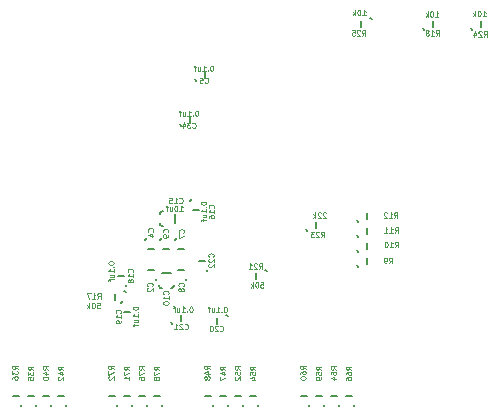
<source format=gbo>
G04 (created by PCBNEW-RS274X (2010-03-14)-final) date Thu 20 Jan 2011 12:09:16 PM EST*
G01*
G70*
G90*
%MOIN*%
G04 Gerber Fmt 3.4, Leading zero omitted, Abs format*
%FSLAX34Y34*%
G04 APERTURE LIST*
%ADD10C,0.001000*%
%ADD11C,0.005000*%
%ADD12C,0.003000*%
G04 APERTURE END LIST*
G54D10*
G54D11*
X23150Y08750D02*
X23200Y08800D01*
X22900Y09100D02*
X23100Y09100D01*
X23650Y08750D02*
X23700Y08800D01*
X23400Y09100D02*
X23600Y09100D01*
X22650Y08750D02*
X22700Y08800D01*
X22400Y09100D02*
X22600Y09100D01*
X22150Y08750D02*
X22200Y08800D01*
X21900Y09100D02*
X22100Y09100D01*
X29550Y08750D02*
X29600Y08800D01*
X29300Y09100D02*
X29500Y09100D01*
X30050Y08750D02*
X30100Y08800D01*
X29800Y09100D02*
X30000Y09100D01*
X29050Y08750D02*
X29100Y08800D01*
X28800Y09100D02*
X29000Y09100D01*
X28550Y08750D02*
X28600Y08800D01*
X28300Y09100D02*
X28500Y09100D01*
X32750Y08750D02*
X32800Y08800D01*
X32500Y09100D02*
X32700Y09100D01*
X33250Y08750D02*
X33300Y08800D01*
X33000Y09100D02*
X33200Y09100D01*
X32250Y08750D02*
X32300Y08800D01*
X32000Y09100D02*
X32200Y09100D01*
X31750Y08750D02*
X31800Y08800D01*
X31500Y09100D02*
X31700Y09100D01*
X26350Y08750D02*
X26400Y08800D01*
X26100Y09100D02*
X26300Y09100D01*
X26850Y08750D02*
X26900Y08800D01*
X26600Y09100D02*
X26800Y09100D01*
X25850Y08750D02*
X25900Y08800D01*
X25600Y09100D02*
X25800Y09100D01*
X25350Y08750D02*
X25400Y08800D01*
X25100Y09100D02*
X25300Y09100D01*
X35550Y21350D02*
X35600Y21300D01*
X35900Y21600D02*
X35900Y21400D01*
X37150Y21350D02*
X37200Y21300D01*
X37500Y21600D02*
X37500Y21400D01*
X33850Y21650D02*
X33800Y21700D01*
X33500Y21400D02*
X33500Y21600D01*
X30350Y13250D02*
X30300Y13300D01*
X30000Y13000D02*
X30000Y13200D01*
X27350Y14350D02*
X27300Y14300D01*
X27600Y14000D02*
X27400Y14000D01*
X27650Y12950D02*
X27700Y13000D01*
X27400Y13300D02*
X27600Y13300D01*
X26850Y14350D02*
X26800Y14300D01*
X27100Y14000D02*
X26900Y14000D01*
X27850Y15650D02*
X27800Y15600D01*
X28100Y15300D02*
X27900Y15300D01*
X25650Y12750D02*
X25700Y12800D01*
X25400Y13100D02*
X25600Y13100D01*
X25550Y12250D02*
X25500Y12200D01*
X25800Y11900D02*
X25600Y11900D01*
X29050Y11750D02*
X29000Y11800D01*
X28700Y11500D02*
X28700Y11700D01*
X25650Y12550D02*
X25600Y12600D01*
X25300Y12300D02*
X25300Y12500D01*
X27450Y18150D02*
X27500Y18100D01*
X27800Y18400D02*
X27800Y18200D01*
X27150Y11550D02*
X27200Y11500D01*
X27500Y11800D02*
X27500Y11600D01*
X28350Y13250D02*
X28400Y13300D01*
X28100Y13600D02*
X28300Y13600D01*
X31650Y14650D02*
X31700Y14600D01*
X32000Y14900D02*
X32000Y14700D01*
X27950Y19650D02*
X28000Y19600D01*
X28300Y19900D02*
X28300Y19700D01*
X26350Y14350D02*
X26300Y14300D01*
X26600Y14000D02*
X26400Y14000D01*
X26650Y12950D02*
X26700Y13000D01*
X26400Y13300D02*
X26600Y13300D01*
X33350Y13450D02*
X33400Y13400D01*
X33700Y13700D02*
X33700Y13500D01*
X33350Y13950D02*
X33400Y13900D01*
X33700Y14200D02*
X33700Y14000D01*
X33350Y14450D02*
X33400Y14400D01*
X33700Y14700D02*
X33700Y14500D01*
X33350Y14950D02*
X33400Y14900D01*
X33700Y15200D02*
X33700Y15000D01*
X26850Y12700D02*
X26800Y12700D01*
X26800Y12700D02*
X26750Y12750D01*
X26750Y12750D02*
X26750Y12800D01*
X27250Y12800D02*
X27250Y12750D01*
X27250Y12750D02*
X27200Y12700D01*
X27200Y12700D02*
X27150Y12700D01*
X27150Y13200D02*
X26850Y13200D01*
X26800Y15150D02*
X26800Y15200D01*
X26800Y15200D02*
X26850Y15250D01*
X26850Y15250D02*
X26900Y15250D01*
X26900Y14750D02*
X26850Y14750D01*
X26850Y14750D02*
X26800Y14800D01*
X26800Y14800D02*
X26800Y14850D01*
X27300Y14850D02*
X27300Y15150D01*
G54D12*
X23064Y09976D02*
X22978Y10036D01*
X23064Y10079D02*
X22884Y10079D01*
X22884Y10011D01*
X22892Y09993D01*
X22901Y09985D01*
X22918Y09976D01*
X22944Y09976D01*
X22961Y09985D01*
X22970Y09993D01*
X22978Y10011D01*
X22978Y10079D01*
X22944Y09822D02*
X23064Y09822D01*
X22875Y09865D02*
X23004Y09908D01*
X23004Y09796D01*
X22884Y09694D02*
X22884Y09677D01*
X22892Y09660D01*
X22901Y09651D01*
X22918Y09642D01*
X22952Y09634D01*
X22995Y09634D01*
X23030Y09642D01*
X23047Y09651D01*
X23055Y09660D01*
X23064Y09677D01*
X23064Y09694D01*
X23055Y09711D01*
X23047Y09720D01*
X23030Y09728D01*
X22995Y09737D01*
X22952Y09737D01*
X22918Y09728D01*
X22901Y09720D01*
X22892Y09711D01*
X22884Y09694D01*
X23572Y09968D02*
X23486Y10028D01*
X23572Y10071D02*
X23392Y10071D01*
X23392Y10003D01*
X23400Y09985D01*
X23409Y09977D01*
X23426Y09968D01*
X23452Y09968D01*
X23469Y09977D01*
X23478Y09985D01*
X23486Y10003D01*
X23486Y10071D01*
X23452Y09814D02*
X23572Y09814D01*
X23383Y09857D02*
X23512Y09900D01*
X23512Y09788D01*
X23409Y09729D02*
X23400Y09720D01*
X23392Y09703D01*
X23392Y09660D01*
X23400Y09643D01*
X23409Y09634D01*
X23426Y09626D01*
X23443Y09626D01*
X23469Y09634D01*
X23572Y09737D01*
X23572Y09626D01*
X22572Y09968D02*
X22486Y10028D01*
X22572Y10071D02*
X22392Y10071D01*
X22392Y10003D01*
X22400Y09985D01*
X22409Y09977D01*
X22426Y09968D01*
X22452Y09968D01*
X22469Y09977D01*
X22478Y09985D01*
X22486Y10003D01*
X22486Y10071D01*
X22392Y09908D02*
X22392Y09797D01*
X22460Y09857D01*
X22460Y09831D01*
X22469Y09814D01*
X22478Y09805D01*
X22495Y09797D01*
X22538Y09797D01*
X22555Y09805D01*
X22563Y09814D01*
X22572Y09831D01*
X22572Y09883D01*
X22563Y09900D01*
X22555Y09908D01*
X22392Y09634D02*
X22392Y09720D01*
X22478Y09729D01*
X22469Y09720D01*
X22460Y09703D01*
X22460Y09660D01*
X22469Y09643D01*
X22478Y09634D01*
X22495Y09626D01*
X22538Y09626D01*
X22555Y09634D01*
X22563Y09643D01*
X22572Y09660D01*
X22572Y09703D01*
X22563Y09720D01*
X22555Y09729D01*
X22047Y09985D02*
X21961Y10045D01*
X22047Y10088D02*
X21867Y10088D01*
X21867Y10020D01*
X21875Y10002D01*
X21884Y09994D01*
X21901Y09985D01*
X21927Y09985D01*
X21944Y09994D01*
X21953Y10002D01*
X21961Y10020D01*
X21961Y10088D01*
X21867Y09925D02*
X21867Y09814D01*
X21935Y09874D01*
X21935Y09848D01*
X21944Y09831D01*
X21953Y09822D01*
X21970Y09814D01*
X22013Y09814D01*
X22030Y09822D01*
X22038Y09831D01*
X22047Y09848D01*
X22047Y09900D01*
X22038Y09917D01*
X22030Y09925D01*
X21867Y09660D02*
X21867Y09694D01*
X21875Y09711D01*
X21884Y09720D01*
X21910Y09737D01*
X21944Y09746D01*
X22013Y09746D01*
X22030Y09737D01*
X22038Y09729D01*
X22047Y09711D01*
X22047Y09677D01*
X22038Y09660D01*
X22030Y09651D01*
X22013Y09643D01*
X21970Y09643D01*
X21953Y09651D01*
X21944Y09660D01*
X21935Y09677D01*
X21935Y09711D01*
X21944Y09729D01*
X21953Y09737D01*
X21970Y09746D01*
X29464Y09976D02*
X29378Y10036D01*
X29464Y10079D02*
X29284Y10079D01*
X29284Y10011D01*
X29292Y09993D01*
X29301Y09985D01*
X29318Y09976D01*
X29344Y09976D01*
X29361Y09985D01*
X29370Y09993D01*
X29378Y10011D01*
X29378Y10079D01*
X29284Y09813D02*
X29284Y09899D01*
X29370Y09908D01*
X29361Y09899D01*
X29352Y09882D01*
X29352Y09839D01*
X29361Y09822D01*
X29370Y09813D01*
X29387Y09805D01*
X29430Y09805D01*
X29447Y09813D01*
X29455Y09822D01*
X29464Y09839D01*
X29464Y09882D01*
X29455Y09899D01*
X29447Y09908D01*
X29301Y09737D02*
X29292Y09728D01*
X29284Y09711D01*
X29284Y09668D01*
X29292Y09651D01*
X29301Y09642D01*
X29318Y09634D01*
X29335Y09634D01*
X29361Y09642D01*
X29464Y09745D01*
X29464Y09634D01*
X29972Y09968D02*
X29886Y10028D01*
X29972Y10071D02*
X29792Y10071D01*
X29792Y10003D01*
X29800Y09985D01*
X29809Y09977D01*
X29826Y09968D01*
X29852Y09968D01*
X29869Y09977D01*
X29878Y09985D01*
X29886Y10003D01*
X29886Y10071D01*
X29792Y09805D02*
X29792Y09891D01*
X29878Y09900D01*
X29869Y09891D01*
X29860Y09874D01*
X29860Y09831D01*
X29869Y09814D01*
X29878Y09805D01*
X29895Y09797D01*
X29938Y09797D01*
X29955Y09805D01*
X29963Y09814D01*
X29972Y09831D01*
X29972Y09874D01*
X29963Y09891D01*
X29955Y09900D01*
X29852Y09643D02*
X29972Y09643D01*
X29783Y09686D02*
X29912Y09729D01*
X29912Y09617D01*
X28972Y09968D02*
X28886Y10028D01*
X28972Y10071D02*
X28792Y10071D01*
X28792Y10003D01*
X28800Y09985D01*
X28809Y09977D01*
X28826Y09968D01*
X28852Y09968D01*
X28869Y09977D01*
X28878Y09985D01*
X28886Y10003D01*
X28886Y10071D01*
X28852Y09814D02*
X28972Y09814D01*
X28783Y09857D02*
X28912Y09900D01*
X28912Y09788D01*
X28792Y09737D02*
X28792Y09617D01*
X28972Y09694D01*
X28447Y09985D02*
X28361Y10045D01*
X28447Y10088D02*
X28267Y10088D01*
X28267Y10020D01*
X28275Y10002D01*
X28284Y09994D01*
X28301Y09985D01*
X28327Y09985D01*
X28344Y09994D01*
X28353Y10002D01*
X28361Y10020D01*
X28361Y10088D01*
X28327Y09831D02*
X28447Y09831D01*
X28258Y09874D02*
X28387Y09917D01*
X28387Y09805D01*
X28344Y09711D02*
X28335Y09729D01*
X28327Y09737D01*
X28310Y09746D01*
X28301Y09746D01*
X28284Y09737D01*
X28275Y09729D01*
X28267Y09711D01*
X28267Y09677D01*
X28275Y09660D01*
X28284Y09651D01*
X28301Y09643D01*
X28310Y09643D01*
X28327Y09651D01*
X28335Y09660D01*
X28344Y09677D01*
X28344Y09711D01*
X28353Y09729D01*
X28361Y09737D01*
X28378Y09746D01*
X28413Y09746D01*
X28430Y09737D01*
X28438Y09729D01*
X28447Y09711D01*
X28447Y09677D01*
X28438Y09660D01*
X28430Y09651D01*
X28413Y09643D01*
X28378Y09643D01*
X28361Y09651D01*
X28353Y09660D01*
X28344Y09677D01*
X32664Y09976D02*
X32578Y10036D01*
X32664Y10079D02*
X32484Y10079D01*
X32484Y10011D01*
X32492Y09993D01*
X32501Y09985D01*
X32518Y09976D01*
X32544Y09976D01*
X32561Y09985D01*
X32570Y09993D01*
X32578Y10011D01*
X32578Y10079D01*
X32484Y09822D02*
X32484Y09856D01*
X32492Y09873D01*
X32501Y09882D01*
X32527Y09899D01*
X32561Y09908D01*
X32630Y09908D01*
X32647Y09899D01*
X32655Y09891D01*
X32664Y09873D01*
X32664Y09839D01*
X32655Y09822D01*
X32647Y09813D01*
X32630Y09805D01*
X32587Y09805D01*
X32570Y09813D01*
X32561Y09822D01*
X32552Y09839D01*
X32552Y09873D01*
X32561Y09891D01*
X32570Y09899D01*
X32587Y09908D01*
X32544Y09651D02*
X32664Y09651D01*
X32475Y09694D02*
X32604Y09737D01*
X32604Y09625D01*
X33172Y09968D02*
X33086Y10028D01*
X33172Y10071D02*
X32992Y10071D01*
X32992Y10003D01*
X33000Y09985D01*
X33009Y09977D01*
X33026Y09968D01*
X33052Y09968D01*
X33069Y09977D01*
X33078Y09985D01*
X33086Y10003D01*
X33086Y10071D01*
X32992Y09814D02*
X32992Y09848D01*
X33000Y09865D01*
X33009Y09874D01*
X33035Y09891D01*
X33069Y09900D01*
X33138Y09900D01*
X33155Y09891D01*
X33163Y09883D01*
X33172Y09865D01*
X33172Y09831D01*
X33163Y09814D01*
X33155Y09805D01*
X33138Y09797D01*
X33095Y09797D01*
X33078Y09805D01*
X33069Y09814D01*
X33060Y09831D01*
X33060Y09865D01*
X33069Y09883D01*
X33078Y09891D01*
X33095Y09900D01*
X32992Y09643D02*
X32992Y09677D01*
X33000Y09694D01*
X33009Y09703D01*
X33035Y09720D01*
X33069Y09729D01*
X33138Y09729D01*
X33155Y09720D01*
X33163Y09712D01*
X33172Y09694D01*
X33172Y09660D01*
X33163Y09643D01*
X33155Y09634D01*
X33138Y09626D01*
X33095Y09626D01*
X33078Y09634D01*
X33069Y09643D01*
X33060Y09660D01*
X33060Y09694D01*
X33069Y09712D01*
X33078Y09720D01*
X33095Y09729D01*
X32172Y09968D02*
X32086Y10028D01*
X32172Y10071D02*
X31992Y10071D01*
X31992Y10003D01*
X32000Y09985D01*
X32009Y09977D01*
X32026Y09968D01*
X32052Y09968D01*
X32069Y09977D01*
X32078Y09985D01*
X32086Y10003D01*
X32086Y10071D01*
X31992Y09805D02*
X31992Y09891D01*
X32078Y09900D01*
X32069Y09891D01*
X32060Y09874D01*
X32060Y09831D01*
X32069Y09814D01*
X32078Y09805D01*
X32095Y09797D01*
X32138Y09797D01*
X32155Y09805D01*
X32163Y09814D01*
X32172Y09831D01*
X32172Y09874D01*
X32163Y09891D01*
X32155Y09900D01*
X32172Y09712D02*
X32172Y09677D01*
X32163Y09660D01*
X32155Y09652D01*
X32129Y09634D01*
X32095Y09626D01*
X32026Y09626D01*
X32009Y09634D01*
X32000Y09643D01*
X31992Y09660D01*
X31992Y09694D01*
X32000Y09712D01*
X32009Y09720D01*
X32026Y09729D01*
X32069Y09729D01*
X32086Y09720D01*
X32095Y09712D01*
X32103Y09694D01*
X32103Y09660D01*
X32095Y09643D01*
X32086Y09634D01*
X32069Y09626D01*
X31647Y09985D02*
X31561Y10045D01*
X31647Y10088D02*
X31467Y10088D01*
X31467Y10020D01*
X31475Y10002D01*
X31484Y09994D01*
X31501Y09985D01*
X31527Y09985D01*
X31544Y09994D01*
X31553Y10002D01*
X31561Y10020D01*
X31561Y10088D01*
X31467Y09831D02*
X31467Y09865D01*
X31475Y09882D01*
X31484Y09891D01*
X31510Y09908D01*
X31544Y09917D01*
X31613Y09917D01*
X31630Y09908D01*
X31638Y09900D01*
X31647Y09882D01*
X31647Y09848D01*
X31638Y09831D01*
X31630Y09822D01*
X31613Y09814D01*
X31570Y09814D01*
X31553Y09822D01*
X31544Y09831D01*
X31535Y09848D01*
X31535Y09882D01*
X31544Y09900D01*
X31553Y09908D01*
X31570Y09917D01*
X31467Y09703D02*
X31467Y09686D01*
X31475Y09669D01*
X31484Y09660D01*
X31501Y09651D01*
X31535Y09643D01*
X31578Y09643D01*
X31613Y09651D01*
X31630Y09660D01*
X31638Y09669D01*
X31647Y09686D01*
X31647Y09703D01*
X31638Y09720D01*
X31630Y09729D01*
X31613Y09737D01*
X31578Y09746D01*
X31535Y09746D01*
X31501Y09737D01*
X31484Y09729D01*
X31475Y09720D01*
X31467Y09703D01*
X26264Y09976D02*
X26178Y10036D01*
X26264Y10079D02*
X26084Y10079D01*
X26084Y10011D01*
X26092Y09993D01*
X26101Y09985D01*
X26118Y09976D01*
X26144Y09976D01*
X26161Y09985D01*
X26170Y09993D01*
X26178Y10011D01*
X26178Y10079D01*
X26084Y09916D02*
X26084Y09796D01*
X26264Y09873D01*
X26084Y09651D02*
X26084Y09685D01*
X26092Y09702D01*
X26101Y09711D01*
X26127Y09728D01*
X26161Y09737D01*
X26230Y09737D01*
X26247Y09728D01*
X26255Y09720D01*
X26264Y09702D01*
X26264Y09668D01*
X26255Y09651D01*
X26247Y09642D01*
X26230Y09634D01*
X26187Y09634D01*
X26170Y09642D01*
X26161Y09651D01*
X26152Y09668D01*
X26152Y09702D01*
X26161Y09720D01*
X26170Y09728D01*
X26187Y09737D01*
X26772Y09968D02*
X26686Y10028D01*
X26772Y10071D02*
X26592Y10071D01*
X26592Y10003D01*
X26600Y09985D01*
X26609Y09977D01*
X26626Y09968D01*
X26652Y09968D01*
X26669Y09977D01*
X26678Y09985D01*
X26686Y10003D01*
X26686Y10071D01*
X26592Y09908D02*
X26592Y09788D01*
X26772Y09865D01*
X26669Y09694D02*
X26660Y09712D01*
X26652Y09720D01*
X26635Y09729D01*
X26626Y09729D01*
X26609Y09720D01*
X26600Y09712D01*
X26592Y09694D01*
X26592Y09660D01*
X26600Y09643D01*
X26609Y09634D01*
X26626Y09626D01*
X26635Y09626D01*
X26652Y09634D01*
X26660Y09643D01*
X26669Y09660D01*
X26669Y09694D01*
X26678Y09712D01*
X26686Y09720D01*
X26703Y09729D01*
X26738Y09729D01*
X26755Y09720D01*
X26763Y09712D01*
X26772Y09694D01*
X26772Y09660D01*
X26763Y09643D01*
X26755Y09634D01*
X26738Y09626D01*
X26703Y09626D01*
X26686Y09634D01*
X26678Y09643D01*
X26669Y09660D01*
X25772Y09968D02*
X25686Y10028D01*
X25772Y10071D02*
X25592Y10071D01*
X25592Y10003D01*
X25600Y09985D01*
X25609Y09977D01*
X25626Y09968D01*
X25652Y09968D01*
X25669Y09977D01*
X25678Y09985D01*
X25686Y10003D01*
X25686Y10071D01*
X25592Y09908D02*
X25592Y09788D01*
X25772Y09865D01*
X25772Y09626D02*
X25772Y09729D01*
X25772Y09677D02*
X25592Y09677D01*
X25618Y09694D01*
X25635Y09712D01*
X25643Y09729D01*
X25247Y09985D02*
X25161Y10045D01*
X25247Y10088D02*
X25067Y10088D01*
X25067Y10020D01*
X25075Y10002D01*
X25084Y09994D01*
X25101Y09985D01*
X25127Y09985D01*
X25144Y09994D01*
X25153Y10002D01*
X25161Y10020D01*
X25161Y10088D01*
X25067Y09925D02*
X25067Y09805D01*
X25247Y09882D01*
X25084Y09746D02*
X25075Y09737D01*
X25067Y09720D01*
X25067Y09677D01*
X25075Y09660D01*
X25084Y09651D01*
X25101Y09643D01*
X25118Y09643D01*
X25144Y09651D01*
X25247Y09754D01*
X25247Y09643D01*
X35985Y21107D02*
X36045Y21193D01*
X36088Y21107D02*
X36088Y21287D01*
X36020Y21287D01*
X36002Y21279D01*
X35994Y21270D01*
X35985Y21253D01*
X35985Y21227D01*
X35994Y21210D01*
X36002Y21201D01*
X36020Y21193D01*
X36088Y21193D01*
X35814Y21107D02*
X35917Y21107D01*
X35865Y21107D02*
X35865Y21287D01*
X35882Y21261D01*
X35900Y21244D01*
X35917Y21236D01*
X35711Y21210D02*
X35729Y21219D01*
X35737Y21227D01*
X35746Y21244D01*
X35746Y21253D01*
X35737Y21270D01*
X35729Y21279D01*
X35711Y21287D01*
X35677Y21287D01*
X35660Y21279D01*
X35651Y21270D01*
X35643Y21253D01*
X35643Y21244D01*
X35651Y21227D01*
X35660Y21219D01*
X35677Y21210D01*
X35711Y21210D01*
X35729Y21201D01*
X35737Y21193D01*
X35746Y21176D01*
X35746Y21141D01*
X35737Y21124D01*
X35729Y21116D01*
X35711Y21107D01*
X35677Y21107D01*
X35660Y21116D01*
X35651Y21124D01*
X35643Y21141D01*
X35643Y21176D01*
X35651Y21193D01*
X35660Y21201D01*
X35677Y21210D01*
X35967Y21737D02*
X36070Y21737D01*
X36018Y21737D02*
X36018Y21917D01*
X36035Y21891D01*
X36053Y21874D01*
X36070Y21866D01*
X35856Y21917D02*
X35839Y21917D01*
X35822Y21909D01*
X35813Y21900D01*
X35804Y21883D01*
X35796Y21849D01*
X35796Y21806D01*
X35804Y21771D01*
X35813Y21754D01*
X35822Y21746D01*
X35839Y21737D01*
X35856Y21737D01*
X35873Y21746D01*
X35882Y21754D01*
X35890Y21771D01*
X35899Y21806D01*
X35899Y21849D01*
X35890Y21883D01*
X35882Y21900D01*
X35873Y21909D01*
X35856Y21917D01*
X35719Y21737D02*
X35719Y21917D01*
X35702Y21806D02*
X35651Y21737D01*
X35651Y21857D02*
X35719Y21789D01*
X37575Y21076D02*
X37635Y21162D01*
X37678Y21076D02*
X37678Y21256D01*
X37610Y21256D01*
X37592Y21248D01*
X37584Y21239D01*
X37575Y21222D01*
X37575Y21196D01*
X37584Y21179D01*
X37592Y21170D01*
X37610Y21162D01*
X37678Y21162D01*
X37507Y21239D02*
X37498Y21248D01*
X37481Y21256D01*
X37438Y21256D01*
X37421Y21248D01*
X37412Y21239D01*
X37404Y21222D01*
X37404Y21205D01*
X37412Y21179D01*
X37515Y21076D01*
X37404Y21076D01*
X37250Y21196D02*
X37250Y21076D01*
X37293Y21265D02*
X37336Y21136D01*
X37224Y21136D01*
X37547Y21747D02*
X37650Y21747D01*
X37598Y21747D02*
X37598Y21927D01*
X37615Y21901D01*
X37633Y21884D01*
X37650Y21876D01*
X37436Y21927D02*
X37419Y21927D01*
X37402Y21919D01*
X37393Y21910D01*
X37384Y21893D01*
X37376Y21859D01*
X37376Y21816D01*
X37384Y21781D01*
X37393Y21764D01*
X37402Y21756D01*
X37419Y21747D01*
X37436Y21747D01*
X37453Y21756D01*
X37462Y21764D01*
X37470Y21781D01*
X37479Y21816D01*
X37479Y21859D01*
X37470Y21893D01*
X37462Y21910D01*
X37453Y21919D01*
X37436Y21927D01*
X37299Y21747D02*
X37299Y21927D01*
X37282Y21816D02*
X37231Y21747D01*
X37231Y21867D02*
X37299Y21799D01*
X33524Y21105D02*
X33584Y21191D01*
X33627Y21105D02*
X33627Y21285D01*
X33559Y21285D01*
X33541Y21277D01*
X33533Y21268D01*
X33524Y21251D01*
X33524Y21225D01*
X33533Y21208D01*
X33541Y21199D01*
X33559Y21191D01*
X33627Y21191D01*
X33456Y21268D02*
X33447Y21277D01*
X33430Y21285D01*
X33387Y21285D01*
X33370Y21277D01*
X33361Y21268D01*
X33353Y21251D01*
X33353Y21234D01*
X33361Y21208D01*
X33464Y21105D01*
X33353Y21105D01*
X33190Y21285D02*
X33276Y21285D01*
X33285Y21199D01*
X33276Y21208D01*
X33259Y21217D01*
X33216Y21217D01*
X33199Y21208D01*
X33190Y21199D01*
X33182Y21182D01*
X33182Y21139D01*
X33190Y21122D01*
X33199Y21114D01*
X33216Y21105D01*
X33259Y21105D01*
X33276Y21114D01*
X33285Y21122D01*
X33537Y21779D02*
X33640Y21779D01*
X33588Y21779D02*
X33588Y21959D01*
X33605Y21933D01*
X33623Y21916D01*
X33640Y21908D01*
X33426Y21959D02*
X33409Y21959D01*
X33392Y21951D01*
X33383Y21942D01*
X33374Y21925D01*
X33366Y21891D01*
X33366Y21848D01*
X33374Y21813D01*
X33383Y21796D01*
X33392Y21788D01*
X33409Y21779D01*
X33426Y21779D01*
X33443Y21788D01*
X33452Y21796D01*
X33460Y21813D01*
X33469Y21848D01*
X33469Y21891D01*
X33460Y21925D01*
X33452Y21942D01*
X33443Y21951D01*
X33426Y21959D01*
X33289Y21779D02*
X33289Y21959D01*
X33272Y21848D02*
X33221Y21779D01*
X33221Y21899D02*
X33289Y21831D01*
X30088Y13332D02*
X30148Y13418D01*
X30191Y13332D02*
X30191Y13512D01*
X30123Y13512D01*
X30105Y13504D01*
X30097Y13495D01*
X30088Y13478D01*
X30088Y13452D01*
X30097Y13435D01*
X30105Y13426D01*
X30123Y13418D01*
X30191Y13418D01*
X30020Y13495D02*
X30011Y13504D01*
X29994Y13512D01*
X29951Y13512D01*
X29934Y13504D01*
X29925Y13495D01*
X29917Y13478D01*
X29917Y13461D01*
X29925Y13435D01*
X30028Y13332D01*
X29917Y13332D01*
X29746Y13332D02*
X29849Y13332D01*
X29797Y13332D02*
X29797Y13512D01*
X29814Y13486D01*
X29832Y13469D01*
X29849Y13461D01*
X30144Y12888D02*
X30230Y12888D01*
X30239Y12802D01*
X30230Y12811D01*
X30213Y12820D01*
X30170Y12820D01*
X30153Y12811D01*
X30144Y12802D01*
X30136Y12785D01*
X30136Y12742D01*
X30144Y12725D01*
X30153Y12717D01*
X30170Y12708D01*
X30213Y12708D01*
X30230Y12717D01*
X30239Y12725D01*
X30025Y12888D02*
X30008Y12888D01*
X29991Y12880D01*
X29982Y12871D01*
X29973Y12854D01*
X29965Y12820D01*
X29965Y12777D01*
X29973Y12742D01*
X29982Y12725D01*
X29991Y12717D01*
X30008Y12708D01*
X30025Y12708D01*
X30042Y12717D01*
X30051Y12725D01*
X30059Y12742D01*
X30068Y12777D01*
X30068Y12820D01*
X30059Y12854D01*
X30051Y12871D01*
X30042Y12880D01*
X30025Y12888D01*
X29888Y12708D02*
X29888Y12888D01*
X29871Y12777D02*
X29820Y12708D01*
X29820Y12828D02*
X29888Y12760D01*
X27572Y14539D02*
X27580Y14548D01*
X27589Y14574D01*
X27589Y14591D01*
X27580Y14616D01*
X27563Y14634D01*
X27546Y14642D01*
X27512Y14651D01*
X27486Y14651D01*
X27452Y14642D01*
X27435Y14634D01*
X27417Y14616D01*
X27409Y14591D01*
X27409Y14574D01*
X27417Y14548D01*
X27426Y14539D01*
X27409Y14479D02*
X27409Y14359D01*
X27589Y14436D01*
X27568Y12749D02*
X27576Y12758D01*
X27585Y12784D01*
X27585Y12801D01*
X27576Y12826D01*
X27559Y12844D01*
X27542Y12852D01*
X27508Y12861D01*
X27482Y12861D01*
X27448Y12852D01*
X27431Y12844D01*
X27413Y12826D01*
X27405Y12801D01*
X27405Y12784D01*
X27413Y12758D01*
X27422Y12749D01*
X27482Y12646D02*
X27473Y12664D01*
X27465Y12672D01*
X27448Y12681D01*
X27439Y12681D01*
X27422Y12672D01*
X27413Y12664D01*
X27405Y12646D01*
X27405Y12612D01*
X27413Y12595D01*
X27422Y12586D01*
X27439Y12578D01*
X27448Y12578D01*
X27465Y12586D01*
X27473Y12595D01*
X27482Y12612D01*
X27482Y12646D01*
X27491Y12664D01*
X27499Y12672D01*
X27516Y12681D01*
X27551Y12681D01*
X27568Y12672D01*
X27576Y12664D01*
X27585Y12646D01*
X27585Y12612D01*
X27576Y12595D01*
X27568Y12586D01*
X27551Y12578D01*
X27516Y12578D01*
X27499Y12586D01*
X27491Y12595D01*
X27482Y12612D01*
X27051Y14546D02*
X27059Y14555D01*
X27068Y14581D01*
X27068Y14598D01*
X27059Y14623D01*
X27042Y14641D01*
X27025Y14649D01*
X26991Y14658D01*
X26965Y14658D01*
X26931Y14649D01*
X26914Y14641D01*
X26896Y14623D01*
X26888Y14598D01*
X26888Y14581D01*
X26896Y14555D01*
X26905Y14546D01*
X27068Y14461D02*
X27068Y14426D01*
X27059Y14409D01*
X27051Y14401D01*
X27025Y14383D01*
X26991Y14375D01*
X26922Y14375D01*
X26905Y14383D01*
X26896Y14392D01*
X26888Y14409D01*
X26888Y14443D01*
X26896Y14461D01*
X26905Y14469D01*
X26922Y14478D01*
X26965Y14478D01*
X26982Y14469D01*
X26991Y14461D01*
X26999Y14443D01*
X26999Y14409D01*
X26991Y14392D01*
X26982Y14383D01*
X26965Y14375D01*
X28574Y15353D02*
X28582Y15362D01*
X28591Y15388D01*
X28591Y15405D01*
X28582Y15430D01*
X28565Y15448D01*
X28548Y15456D01*
X28514Y15465D01*
X28488Y15465D01*
X28454Y15456D01*
X28437Y15448D01*
X28419Y15430D01*
X28411Y15405D01*
X28411Y15388D01*
X28419Y15362D01*
X28428Y15353D01*
X28591Y15182D02*
X28591Y15285D01*
X28591Y15233D02*
X28411Y15233D01*
X28437Y15250D01*
X28454Y15268D01*
X28462Y15285D01*
X28411Y15028D02*
X28411Y15062D01*
X28419Y15079D01*
X28428Y15088D01*
X28454Y15105D01*
X28488Y15114D01*
X28557Y15114D01*
X28574Y15105D01*
X28582Y15097D01*
X28591Y15079D01*
X28591Y15045D01*
X28582Y15028D01*
X28574Y15019D01*
X28557Y15011D01*
X28514Y15011D01*
X28497Y15019D01*
X28488Y15028D01*
X28479Y15045D01*
X28479Y15079D01*
X28488Y15097D01*
X28497Y15105D01*
X28514Y15114D01*
X28156Y15529D02*
X28156Y15512D01*
X28164Y15495D01*
X28173Y15486D01*
X28190Y15477D01*
X28224Y15469D01*
X28267Y15469D01*
X28302Y15477D01*
X28319Y15486D01*
X28327Y15495D01*
X28336Y15512D01*
X28336Y15529D01*
X28327Y15546D01*
X28319Y15555D01*
X28302Y15563D01*
X28267Y15572D01*
X28224Y15572D01*
X28190Y15563D01*
X28173Y15555D01*
X28164Y15546D01*
X28156Y15529D01*
X28319Y15392D02*
X28327Y15384D01*
X28336Y15392D01*
X28327Y15401D01*
X28319Y15392D01*
X28336Y15392D01*
X28336Y15212D02*
X28336Y15315D01*
X28336Y15263D02*
X28156Y15263D01*
X28182Y15280D01*
X28199Y15298D01*
X28207Y15315D01*
X28216Y15058D02*
X28336Y15058D01*
X28216Y15135D02*
X28310Y15135D01*
X28327Y15127D01*
X28336Y15109D01*
X28336Y15084D01*
X28327Y15067D01*
X28319Y15058D01*
X28216Y14998D02*
X28216Y14929D01*
X28336Y14972D02*
X28182Y14972D01*
X28164Y14964D01*
X28156Y14946D01*
X28156Y14929D01*
X25875Y13221D02*
X25883Y13230D01*
X25892Y13256D01*
X25892Y13273D01*
X25883Y13298D01*
X25866Y13316D01*
X25849Y13324D01*
X25815Y13333D01*
X25789Y13333D01*
X25755Y13324D01*
X25738Y13316D01*
X25720Y13298D01*
X25712Y13273D01*
X25712Y13256D01*
X25720Y13230D01*
X25729Y13221D01*
X25892Y13050D02*
X25892Y13153D01*
X25892Y13101D02*
X25712Y13101D01*
X25738Y13118D01*
X25755Y13136D01*
X25763Y13153D01*
X25789Y12947D02*
X25780Y12965D01*
X25772Y12973D01*
X25755Y12982D01*
X25746Y12982D01*
X25729Y12973D01*
X25720Y12965D01*
X25712Y12947D01*
X25712Y12913D01*
X25720Y12896D01*
X25729Y12887D01*
X25746Y12879D01*
X25755Y12879D01*
X25772Y12887D01*
X25780Y12896D01*
X25789Y12913D01*
X25789Y12947D01*
X25798Y12965D01*
X25806Y12973D01*
X25823Y12982D01*
X25858Y12982D01*
X25875Y12973D01*
X25883Y12965D01*
X25892Y12947D01*
X25892Y12913D01*
X25883Y12896D01*
X25875Y12887D01*
X25858Y12879D01*
X25823Y12879D01*
X25806Y12887D01*
X25798Y12896D01*
X25789Y12913D01*
X25068Y13536D02*
X25068Y13519D01*
X25076Y13502D01*
X25085Y13493D01*
X25102Y13484D01*
X25136Y13476D01*
X25179Y13476D01*
X25214Y13484D01*
X25231Y13493D01*
X25239Y13502D01*
X25248Y13519D01*
X25248Y13536D01*
X25239Y13553D01*
X25231Y13562D01*
X25214Y13570D01*
X25179Y13579D01*
X25136Y13579D01*
X25102Y13570D01*
X25085Y13562D01*
X25076Y13553D01*
X25068Y13536D01*
X25231Y13399D02*
X25239Y13391D01*
X25248Y13399D01*
X25239Y13408D01*
X25231Y13399D01*
X25248Y13399D01*
X25248Y13219D02*
X25248Y13322D01*
X25248Y13270D02*
X25068Y13270D01*
X25094Y13287D01*
X25111Y13305D01*
X25119Y13322D01*
X25128Y13065D02*
X25248Y13065D01*
X25128Y13142D02*
X25222Y13142D01*
X25239Y13134D01*
X25248Y13116D01*
X25248Y13091D01*
X25239Y13074D01*
X25231Y13065D01*
X25128Y13005D02*
X25128Y12936D01*
X25248Y12979D02*
X25094Y12979D01*
X25076Y12971D01*
X25068Y12953D01*
X25068Y12936D01*
X25472Y11856D02*
X25480Y11865D01*
X25489Y11891D01*
X25489Y11908D01*
X25480Y11933D01*
X25463Y11951D01*
X25446Y11959D01*
X25412Y11968D01*
X25386Y11968D01*
X25352Y11959D01*
X25335Y11951D01*
X25317Y11933D01*
X25309Y11908D01*
X25309Y11891D01*
X25317Y11865D01*
X25326Y11856D01*
X25489Y11685D02*
X25489Y11788D01*
X25489Y11736D02*
X25309Y11736D01*
X25335Y11753D01*
X25352Y11771D01*
X25360Y11788D01*
X25489Y11600D02*
X25489Y11565D01*
X25480Y11548D01*
X25472Y11540D01*
X25446Y11522D01*
X25412Y11514D01*
X25343Y11514D01*
X25326Y11522D01*
X25317Y11531D01*
X25309Y11548D01*
X25309Y11582D01*
X25317Y11600D01*
X25326Y11608D01*
X25343Y11617D01*
X25386Y11617D01*
X25403Y11608D01*
X25412Y11600D01*
X25420Y11582D01*
X25420Y11548D01*
X25412Y11531D01*
X25403Y11522D01*
X25386Y11514D01*
X25877Y12032D02*
X25877Y12015D01*
X25885Y11998D01*
X25894Y11989D01*
X25911Y11980D01*
X25945Y11972D01*
X25988Y11972D01*
X26023Y11980D01*
X26040Y11989D01*
X26048Y11998D01*
X26057Y12015D01*
X26057Y12032D01*
X26048Y12049D01*
X26040Y12058D01*
X26023Y12066D01*
X25988Y12075D01*
X25945Y12075D01*
X25911Y12066D01*
X25894Y12058D01*
X25885Y12049D01*
X25877Y12032D01*
X26040Y11895D02*
X26048Y11887D01*
X26057Y11895D01*
X26048Y11904D01*
X26040Y11895D01*
X26057Y11895D01*
X26057Y11715D02*
X26057Y11818D01*
X26057Y11766D02*
X25877Y11766D01*
X25903Y11783D01*
X25920Y11801D01*
X25928Y11818D01*
X25937Y11561D02*
X26057Y11561D01*
X25937Y11638D02*
X26031Y11638D01*
X26048Y11630D01*
X26057Y11612D01*
X26057Y11587D01*
X26048Y11570D01*
X26040Y11561D01*
X25937Y11501D02*
X25937Y11432D01*
X26057Y11475D02*
X25903Y11475D01*
X25885Y11467D01*
X25877Y11449D01*
X25877Y11432D01*
X28788Y11270D02*
X28797Y11262D01*
X28823Y11253D01*
X28840Y11253D01*
X28865Y11262D01*
X28883Y11279D01*
X28891Y11296D01*
X28900Y11330D01*
X28900Y11356D01*
X28891Y11390D01*
X28883Y11407D01*
X28865Y11425D01*
X28840Y11433D01*
X28823Y11433D01*
X28797Y11425D01*
X28788Y11416D01*
X28720Y11416D02*
X28711Y11425D01*
X28694Y11433D01*
X28651Y11433D01*
X28634Y11425D01*
X28625Y11416D01*
X28617Y11399D01*
X28617Y11382D01*
X28625Y11356D01*
X28728Y11253D01*
X28617Y11253D01*
X28506Y11433D02*
X28489Y11433D01*
X28472Y11425D01*
X28463Y11416D01*
X28454Y11399D01*
X28446Y11365D01*
X28446Y11322D01*
X28454Y11287D01*
X28463Y11270D01*
X28472Y11262D01*
X28489Y11253D01*
X28506Y11253D01*
X28523Y11262D01*
X28532Y11270D01*
X28540Y11287D01*
X28549Y11322D01*
X28549Y11365D01*
X28540Y11399D01*
X28532Y11416D01*
X28523Y11425D01*
X28506Y11433D01*
X28978Y12072D02*
X28961Y12072D01*
X28944Y12064D01*
X28935Y12055D01*
X28926Y12038D01*
X28918Y12004D01*
X28918Y11961D01*
X28926Y11926D01*
X28935Y11909D01*
X28944Y11901D01*
X28961Y11892D01*
X28978Y11892D01*
X28995Y11901D01*
X29004Y11909D01*
X29012Y11926D01*
X29021Y11961D01*
X29021Y12004D01*
X29012Y12038D01*
X29004Y12055D01*
X28995Y12064D01*
X28978Y12072D01*
X28841Y11909D02*
X28833Y11901D01*
X28841Y11892D01*
X28850Y11901D01*
X28841Y11909D01*
X28841Y11892D01*
X28661Y11892D02*
X28764Y11892D01*
X28712Y11892D02*
X28712Y12072D01*
X28729Y12046D01*
X28747Y12029D01*
X28764Y12021D01*
X28507Y12012D02*
X28507Y11892D01*
X28584Y12012D02*
X28584Y11918D01*
X28576Y11901D01*
X28558Y11892D01*
X28533Y11892D01*
X28516Y11901D01*
X28507Y11909D01*
X28447Y12012D02*
X28378Y12012D01*
X28421Y11892D02*
X28421Y12046D01*
X28413Y12064D01*
X28395Y12072D01*
X28378Y12072D01*
X24705Y12339D02*
X24765Y12425D01*
X24808Y12339D02*
X24808Y12519D01*
X24740Y12519D01*
X24722Y12511D01*
X24714Y12502D01*
X24705Y12485D01*
X24705Y12459D01*
X24714Y12442D01*
X24722Y12433D01*
X24740Y12425D01*
X24808Y12425D01*
X24534Y12339D02*
X24637Y12339D01*
X24585Y12339D02*
X24585Y12519D01*
X24602Y12493D01*
X24620Y12476D01*
X24637Y12468D01*
X24474Y12519D02*
X24354Y12519D01*
X24431Y12339D01*
X24691Y12202D02*
X24777Y12202D01*
X24786Y12116D01*
X24777Y12125D01*
X24760Y12134D01*
X24717Y12134D01*
X24700Y12125D01*
X24691Y12116D01*
X24683Y12099D01*
X24683Y12056D01*
X24691Y12039D01*
X24700Y12031D01*
X24717Y12022D01*
X24760Y12022D01*
X24777Y12031D01*
X24786Y12039D01*
X24572Y12202D02*
X24555Y12202D01*
X24538Y12194D01*
X24529Y12185D01*
X24520Y12168D01*
X24512Y12134D01*
X24512Y12091D01*
X24520Y12056D01*
X24529Y12039D01*
X24538Y12031D01*
X24555Y12022D01*
X24572Y12022D01*
X24589Y12031D01*
X24598Y12039D01*
X24606Y12056D01*
X24615Y12091D01*
X24615Y12134D01*
X24606Y12168D01*
X24598Y12185D01*
X24589Y12194D01*
X24572Y12202D01*
X24435Y12022D02*
X24435Y12202D01*
X24418Y12091D02*
X24367Y12022D01*
X24367Y12142D02*
X24435Y12074D01*
X27865Y18044D02*
X27874Y18036D01*
X27900Y18027D01*
X27917Y18027D01*
X27942Y18036D01*
X27960Y18053D01*
X27968Y18070D01*
X27977Y18104D01*
X27977Y18130D01*
X27968Y18164D01*
X27960Y18181D01*
X27942Y18199D01*
X27917Y18207D01*
X27900Y18207D01*
X27874Y18199D01*
X27865Y18190D01*
X27805Y18207D02*
X27694Y18207D01*
X27754Y18139D01*
X27728Y18139D01*
X27711Y18130D01*
X27702Y18121D01*
X27694Y18104D01*
X27694Y18061D01*
X27702Y18044D01*
X27711Y18036D01*
X27728Y18027D01*
X27780Y18027D01*
X27797Y18036D01*
X27805Y18044D01*
X27540Y18147D02*
X27540Y18027D01*
X27583Y18216D02*
X27626Y18087D01*
X27514Y18087D01*
X28020Y18607D02*
X28003Y18607D01*
X27986Y18599D01*
X27977Y18590D01*
X27968Y18573D01*
X27960Y18539D01*
X27960Y18496D01*
X27968Y18461D01*
X27977Y18444D01*
X27986Y18436D01*
X28003Y18427D01*
X28020Y18427D01*
X28037Y18436D01*
X28046Y18444D01*
X28054Y18461D01*
X28063Y18496D01*
X28063Y18539D01*
X28054Y18573D01*
X28046Y18590D01*
X28037Y18599D01*
X28020Y18607D01*
X27883Y18444D02*
X27875Y18436D01*
X27883Y18427D01*
X27892Y18436D01*
X27883Y18444D01*
X27883Y18427D01*
X27703Y18427D02*
X27806Y18427D01*
X27754Y18427D02*
X27754Y18607D01*
X27771Y18581D01*
X27789Y18564D01*
X27806Y18556D01*
X27549Y18547D02*
X27549Y18427D01*
X27626Y18547D02*
X27626Y18453D01*
X27618Y18436D01*
X27600Y18427D01*
X27575Y18427D01*
X27558Y18436D01*
X27549Y18444D01*
X27489Y18547D02*
X27420Y18547D01*
X27463Y18427D02*
X27463Y18581D01*
X27455Y18599D01*
X27437Y18607D01*
X27420Y18607D01*
X27607Y11332D02*
X27616Y11324D01*
X27642Y11315D01*
X27659Y11315D01*
X27684Y11324D01*
X27702Y11341D01*
X27710Y11358D01*
X27719Y11392D01*
X27719Y11418D01*
X27710Y11452D01*
X27702Y11469D01*
X27684Y11487D01*
X27659Y11495D01*
X27642Y11495D01*
X27616Y11487D01*
X27607Y11478D01*
X27539Y11478D02*
X27530Y11487D01*
X27513Y11495D01*
X27470Y11495D01*
X27453Y11487D01*
X27444Y11478D01*
X27436Y11461D01*
X27436Y11444D01*
X27444Y11418D01*
X27547Y11315D01*
X27436Y11315D01*
X27265Y11315D02*
X27368Y11315D01*
X27316Y11315D02*
X27316Y11495D01*
X27333Y11469D01*
X27351Y11452D01*
X27368Y11444D01*
X27832Y12077D02*
X27815Y12077D01*
X27798Y12069D01*
X27789Y12060D01*
X27780Y12043D01*
X27772Y12009D01*
X27772Y11966D01*
X27780Y11931D01*
X27789Y11914D01*
X27798Y11906D01*
X27815Y11897D01*
X27832Y11897D01*
X27849Y11906D01*
X27858Y11914D01*
X27866Y11931D01*
X27875Y11966D01*
X27875Y12009D01*
X27866Y12043D01*
X27858Y12060D01*
X27849Y12069D01*
X27832Y12077D01*
X27695Y11914D02*
X27687Y11906D01*
X27695Y11897D01*
X27704Y11906D01*
X27695Y11914D01*
X27695Y11897D01*
X27515Y11897D02*
X27618Y11897D01*
X27566Y11897D02*
X27566Y12077D01*
X27583Y12051D01*
X27601Y12034D01*
X27618Y12026D01*
X27361Y12017D02*
X27361Y11897D01*
X27438Y12017D02*
X27438Y11923D01*
X27430Y11906D01*
X27412Y11897D01*
X27387Y11897D01*
X27370Y11906D01*
X27361Y11914D01*
X27301Y12017D02*
X27232Y12017D01*
X27275Y11897D02*
X27275Y12051D01*
X27267Y12069D01*
X27249Y12077D01*
X27232Y12077D01*
X28561Y13735D02*
X28569Y13744D01*
X28578Y13770D01*
X28578Y13787D01*
X28569Y13812D01*
X28552Y13830D01*
X28535Y13838D01*
X28501Y13847D01*
X28475Y13847D01*
X28441Y13838D01*
X28424Y13830D01*
X28406Y13812D01*
X28398Y13787D01*
X28398Y13770D01*
X28406Y13744D01*
X28415Y13735D01*
X28415Y13667D02*
X28406Y13658D01*
X28398Y13641D01*
X28398Y13598D01*
X28406Y13581D01*
X28415Y13572D01*
X28432Y13564D01*
X28449Y13564D01*
X28475Y13572D01*
X28578Y13675D01*
X28578Y13564D01*
X28415Y13496D02*
X28406Y13487D01*
X28398Y13470D01*
X28398Y13427D01*
X28406Y13410D01*
X28415Y13401D01*
X28432Y13393D01*
X28449Y13393D01*
X28475Y13401D01*
X28578Y13504D01*
X28578Y13393D01*
X32156Y14388D02*
X32216Y14474D01*
X32259Y14388D02*
X32259Y14568D01*
X32191Y14568D01*
X32173Y14560D01*
X32165Y14551D01*
X32156Y14534D01*
X32156Y14508D01*
X32165Y14491D01*
X32173Y14482D01*
X32191Y14474D01*
X32259Y14474D01*
X32088Y14551D02*
X32079Y14560D01*
X32062Y14568D01*
X32019Y14568D01*
X32002Y14560D01*
X31993Y14551D01*
X31985Y14534D01*
X31985Y14517D01*
X31993Y14491D01*
X32096Y14388D01*
X31985Y14388D01*
X31925Y14568D02*
X31814Y14568D01*
X31874Y14500D01*
X31848Y14500D01*
X31831Y14491D01*
X31822Y14482D01*
X31814Y14465D01*
X31814Y14422D01*
X31822Y14405D01*
X31831Y14397D01*
X31848Y14388D01*
X31900Y14388D01*
X31917Y14397D01*
X31925Y14405D01*
X32320Y15195D02*
X32311Y15204D01*
X32294Y15212D01*
X32251Y15212D01*
X32234Y15204D01*
X32225Y15195D01*
X32217Y15178D01*
X32217Y15161D01*
X32225Y15135D01*
X32328Y15032D01*
X32217Y15032D01*
X32149Y15195D02*
X32140Y15204D01*
X32123Y15212D01*
X32080Y15212D01*
X32063Y15204D01*
X32054Y15195D01*
X32046Y15178D01*
X32046Y15161D01*
X32054Y15135D01*
X32157Y15032D01*
X32046Y15032D01*
X31969Y15032D02*
X31969Y15212D01*
X31952Y15101D02*
X31901Y15032D01*
X31901Y15152D02*
X31969Y15084D01*
X28279Y19544D02*
X28288Y19536D01*
X28314Y19527D01*
X28331Y19527D01*
X28356Y19536D01*
X28374Y19553D01*
X28382Y19570D01*
X28391Y19604D01*
X28391Y19630D01*
X28382Y19664D01*
X28374Y19681D01*
X28356Y19699D01*
X28331Y19707D01*
X28314Y19707D01*
X28288Y19699D01*
X28279Y19690D01*
X28116Y19707D02*
X28202Y19707D01*
X28211Y19621D01*
X28202Y19630D01*
X28185Y19639D01*
X28142Y19639D01*
X28125Y19630D01*
X28116Y19621D01*
X28108Y19604D01*
X28108Y19561D01*
X28116Y19544D01*
X28125Y19536D01*
X28142Y19527D01*
X28185Y19527D01*
X28202Y19536D01*
X28211Y19544D01*
X28520Y20107D02*
X28503Y20107D01*
X28486Y20099D01*
X28477Y20090D01*
X28468Y20073D01*
X28460Y20039D01*
X28460Y19996D01*
X28468Y19961D01*
X28477Y19944D01*
X28486Y19936D01*
X28503Y19927D01*
X28520Y19927D01*
X28537Y19936D01*
X28546Y19944D01*
X28554Y19961D01*
X28563Y19996D01*
X28563Y20039D01*
X28554Y20073D01*
X28546Y20090D01*
X28537Y20099D01*
X28520Y20107D01*
X28383Y19944D02*
X28375Y19936D01*
X28383Y19927D01*
X28392Y19936D01*
X28383Y19944D01*
X28383Y19927D01*
X28203Y19927D02*
X28306Y19927D01*
X28254Y19927D02*
X28254Y20107D01*
X28271Y20081D01*
X28289Y20064D01*
X28306Y20056D01*
X28049Y20047D02*
X28049Y19927D01*
X28126Y20047D02*
X28126Y19953D01*
X28118Y19936D01*
X28100Y19927D01*
X28075Y19927D01*
X28058Y19936D01*
X28049Y19944D01*
X27989Y20047D02*
X27920Y20047D01*
X27963Y19927D02*
X27963Y20081D01*
X27955Y20099D01*
X27937Y20107D01*
X27920Y20107D01*
X26551Y14574D02*
X26559Y14583D01*
X26568Y14609D01*
X26568Y14626D01*
X26559Y14651D01*
X26542Y14669D01*
X26525Y14677D01*
X26491Y14686D01*
X26465Y14686D01*
X26431Y14677D01*
X26414Y14669D01*
X26396Y14651D01*
X26388Y14626D01*
X26388Y14609D01*
X26396Y14583D01*
X26405Y14574D01*
X26448Y14420D02*
X26568Y14420D01*
X26379Y14463D02*
X26508Y14506D01*
X26508Y14394D01*
X26526Y12763D02*
X26534Y12772D01*
X26543Y12798D01*
X26543Y12815D01*
X26534Y12840D01*
X26517Y12858D01*
X26500Y12866D01*
X26466Y12875D01*
X26440Y12875D01*
X26406Y12866D01*
X26389Y12858D01*
X26371Y12840D01*
X26363Y12815D01*
X26363Y12798D01*
X26371Y12772D01*
X26380Y12763D01*
X26380Y12695D02*
X26371Y12686D01*
X26363Y12669D01*
X26363Y12626D01*
X26371Y12609D01*
X26380Y12600D01*
X26397Y12592D01*
X26414Y12592D01*
X26440Y12600D01*
X26543Y12703D01*
X26543Y12592D01*
X34418Y13522D02*
X34478Y13608D01*
X34521Y13522D02*
X34521Y13702D01*
X34453Y13702D01*
X34435Y13694D01*
X34427Y13685D01*
X34418Y13668D01*
X34418Y13642D01*
X34427Y13625D01*
X34435Y13616D01*
X34453Y13608D01*
X34521Y13608D01*
X34333Y13522D02*
X34298Y13522D01*
X34281Y13531D01*
X34273Y13539D01*
X34255Y13565D01*
X34247Y13599D01*
X34247Y13668D01*
X34255Y13685D01*
X34264Y13694D01*
X34281Y13702D01*
X34315Y13702D01*
X34333Y13694D01*
X34341Y13685D01*
X34350Y13668D01*
X34350Y13625D01*
X34341Y13608D01*
X34333Y13599D01*
X34315Y13591D01*
X34281Y13591D01*
X34264Y13599D01*
X34255Y13608D01*
X34247Y13625D01*
X34615Y14050D02*
X34675Y14136D01*
X34718Y14050D02*
X34718Y14230D01*
X34650Y14230D01*
X34632Y14222D01*
X34624Y14213D01*
X34615Y14196D01*
X34615Y14170D01*
X34624Y14153D01*
X34632Y14144D01*
X34650Y14136D01*
X34718Y14136D01*
X34444Y14050D02*
X34547Y14050D01*
X34495Y14050D02*
X34495Y14230D01*
X34512Y14204D01*
X34530Y14187D01*
X34547Y14179D01*
X34333Y14230D02*
X34316Y14230D01*
X34299Y14222D01*
X34290Y14213D01*
X34281Y14196D01*
X34273Y14162D01*
X34273Y14119D01*
X34281Y14084D01*
X34290Y14067D01*
X34299Y14059D01*
X34316Y14050D01*
X34333Y14050D01*
X34350Y14059D01*
X34359Y14067D01*
X34367Y14084D01*
X34376Y14119D01*
X34376Y14162D01*
X34367Y14196D01*
X34359Y14213D01*
X34350Y14222D01*
X34333Y14230D01*
X34608Y14536D02*
X34668Y14622D01*
X34711Y14536D02*
X34711Y14716D01*
X34643Y14716D01*
X34625Y14708D01*
X34617Y14699D01*
X34608Y14682D01*
X34608Y14656D01*
X34617Y14639D01*
X34625Y14630D01*
X34643Y14622D01*
X34711Y14622D01*
X34437Y14536D02*
X34540Y14536D01*
X34488Y14536D02*
X34488Y14716D01*
X34505Y14690D01*
X34523Y14673D01*
X34540Y14665D01*
X34266Y14536D02*
X34369Y14536D01*
X34317Y14536D02*
X34317Y14716D01*
X34334Y14690D01*
X34352Y14673D01*
X34369Y14665D01*
X34595Y15036D02*
X34655Y15122D01*
X34698Y15036D02*
X34698Y15216D01*
X34630Y15216D01*
X34612Y15208D01*
X34604Y15199D01*
X34595Y15182D01*
X34595Y15156D01*
X34604Y15139D01*
X34612Y15130D01*
X34630Y15122D01*
X34698Y15122D01*
X34424Y15036D02*
X34527Y15036D01*
X34475Y15036D02*
X34475Y15216D01*
X34492Y15190D01*
X34510Y15173D01*
X34527Y15165D01*
X34356Y15199D02*
X34347Y15208D01*
X34330Y15216D01*
X34287Y15216D01*
X34270Y15208D01*
X34261Y15199D01*
X34253Y15182D01*
X34253Y15165D01*
X34261Y15139D01*
X34364Y15036D01*
X34253Y15036D01*
X27058Y12485D02*
X27066Y12494D01*
X27075Y12520D01*
X27075Y12537D01*
X27066Y12562D01*
X27049Y12580D01*
X27032Y12588D01*
X26998Y12597D01*
X26972Y12597D01*
X26938Y12588D01*
X26921Y12580D01*
X26903Y12562D01*
X26895Y12537D01*
X26895Y12520D01*
X26903Y12494D01*
X26912Y12485D01*
X27075Y12314D02*
X27075Y12417D01*
X27075Y12365D02*
X26895Y12365D01*
X26921Y12382D01*
X26938Y12400D01*
X26946Y12417D01*
X26895Y12203D02*
X26895Y12186D01*
X26903Y12169D01*
X26912Y12160D01*
X26929Y12151D01*
X26963Y12143D01*
X27006Y12143D01*
X27041Y12151D01*
X27058Y12160D01*
X27066Y12169D01*
X27075Y12186D01*
X27075Y12203D01*
X27066Y12220D01*
X27058Y12229D01*
X27041Y12237D01*
X27006Y12246D01*
X26963Y12246D01*
X26929Y12237D01*
X26912Y12229D01*
X26903Y12220D01*
X26895Y12203D01*
X27429Y15534D02*
X27438Y15526D01*
X27464Y15517D01*
X27481Y15517D01*
X27506Y15526D01*
X27524Y15543D01*
X27532Y15560D01*
X27541Y15594D01*
X27541Y15620D01*
X27532Y15654D01*
X27524Y15671D01*
X27506Y15689D01*
X27481Y15697D01*
X27464Y15697D01*
X27438Y15689D01*
X27429Y15680D01*
X27258Y15517D02*
X27361Y15517D01*
X27309Y15517D02*
X27309Y15697D01*
X27326Y15671D01*
X27344Y15654D01*
X27361Y15646D01*
X27095Y15697D02*
X27181Y15697D01*
X27190Y15611D01*
X27181Y15620D01*
X27164Y15629D01*
X27121Y15629D01*
X27104Y15620D01*
X27095Y15611D01*
X27087Y15594D01*
X27087Y15551D01*
X27095Y15534D01*
X27104Y15526D01*
X27121Y15517D01*
X27164Y15517D01*
X27181Y15526D01*
X27190Y15534D01*
X27439Y15262D02*
X27542Y15262D01*
X27490Y15262D02*
X27490Y15442D01*
X27507Y15416D01*
X27525Y15399D01*
X27542Y15391D01*
X27328Y15442D02*
X27311Y15442D01*
X27294Y15434D01*
X27285Y15425D01*
X27276Y15408D01*
X27268Y15374D01*
X27268Y15331D01*
X27276Y15296D01*
X27285Y15279D01*
X27294Y15271D01*
X27311Y15262D01*
X27328Y15262D01*
X27345Y15271D01*
X27354Y15279D01*
X27362Y15296D01*
X27371Y15331D01*
X27371Y15374D01*
X27362Y15408D01*
X27354Y15425D01*
X27345Y15434D01*
X27328Y15442D01*
X27114Y15382D02*
X27114Y15262D01*
X27191Y15382D02*
X27191Y15288D01*
X27183Y15271D01*
X27165Y15262D01*
X27140Y15262D01*
X27123Y15271D01*
X27114Y15279D01*
X27054Y15382D02*
X26985Y15382D01*
X27028Y15262D02*
X27028Y15416D01*
X27020Y15434D01*
X27002Y15442D01*
X26985Y15442D01*
M02*

</source>
